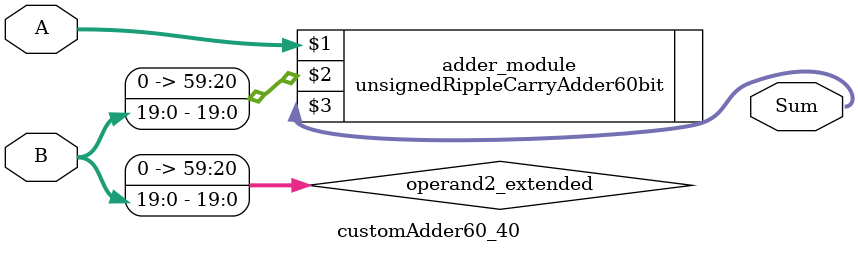
<source format=v>
module customAdder60_40(
                        input [59 : 0] A,
                        input [19 : 0] B,
                        
                        output [60 : 0] Sum
                );

        wire [59 : 0] operand2_extended;
        
        assign operand2_extended =  {40'b0, B};
        
        unsignedRippleCarryAdder60bit adder_module(
            A,
            operand2_extended,
            Sum
        );
        
        endmodule
        
</source>
